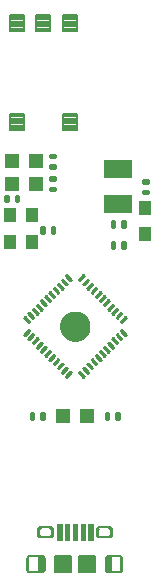
<source format=gbr>
G04 EAGLE Gerber RS-274X export*
G75*
%MOMM*%
%FSLAX34Y34*%
%LPD*%
%INSolderpaste Top*%
%IPPOS*%
%AMOC8*
5,1,8,0,0,1.08239X$1,22.5*%
G01*
%ADD10C,0.127000*%
%ADD11C,0.040638*%
%ADD12C,0.152400*%
%ADD13C,0.457200*%
%ADD14R,1.000000X1.200000*%
%ADD15R,1.200000X1.200000*%
%ADD16R,1.050000X1.300000*%
%ADD17C,1.270000*%
%ADD18C,0.220000*%
%ADD19R,2.400000X1.600000*%
%ADD20C,0.210000*%


D10*
X60706Y7620D02*
X60806Y7622D01*
X60905Y7628D01*
X61005Y7638D01*
X61103Y7651D01*
X61202Y7669D01*
X61299Y7690D01*
X61395Y7715D01*
X61491Y7744D01*
X61585Y7777D01*
X61678Y7813D01*
X61769Y7853D01*
X61859Y7897D01*
X61947Y7944D01*
X62033Y7994D01*
X62117Y8048D01*
X62199Y8105D01*
X62278Y8165D01*
X62356Y8229D01*
X62430Y8295D01*
X62502Y8364D01*
X62571Y8436D01*
X62637Y8510D01*
X62701Y8588D01*
X62761Y8667D01*
X62818Y8749D01*
X62872Y8833D01*
X62922Y8919D01*
X62969Y9007D01*
X63013Y9097D01*
X63053Y9188D01*
X63089Y9281D01*
X63122Y9375D01*
X63151Y9471D01*
X63176Y9567D01*
X63197Y9664D01*
X63215Y9763D01*
X63228Y9861D01*
X63238Y9961D01*
X63244Y10060D01*
X63246Y10160D01*
X60706Y7620D02*
X51054Y7620D01*
X50954Y7622D01*
X50855Y7628D01*
X50755Y7638D01*
X50657Y7651D01*
X50558Y7669D01*
X50461Y7690D01*
X50365Y7715D01*
X50269Y7744D01*
X50175Y7777D01*
X50082Y7813D01*
X49991Y7853D01*
X49901Y7897D01*
X49813Y7944D01*
X49727Y7994D01*
X49643Y8048D01*
X49561Y8105D01*
X49482Y8165D01*
X49404Y8229D01*
X49330Y8295D01*
X49258Y8364D01*
X49189Y8436D01*
X49123Y8510D01*
X49059Y8588D01*
X48999Y8667D01*
X48942Y8749D01*
X48888Y8833D01*
X48838Y8919D01*
X48791Y9007D01*
X48747Y9097D01*
X48707Y9188D01*
X48671Y9281D01*
X48638Y9375D01*
X48609Y9471D01*
X48584Y9567D01*
X48563Y9664D01*
X48545Y9763D01*
X48532Y9861D01*
X48522Y9961D01*
X48516Y10060D01*
X48514Y10160D01*
X48514Y18796D01*
X48516Y18896D01*
X48522Y18995D01*
X48532Y19095D01*
X48545Y19193D01*
X48563Y19292D01*
X48584Y19389D01*
X48609Y19485D01*
X48638Y19581D01*
X48671Y19675D01*
X48707Y19768D01*
X48747Y19859D01*
X48791Y19949D01*
X48838Y20037D01*
X48888Y20123D01*
X48942Y20207D01*
X48999Y20289D01*
X49059Y20368D01*
X49123Y20446D01*
X49189Y20520D01*
X49258Y20592D01*
X49330Y20661D01*
X49404Y20727D01*
X49482Y20791D01*
X49561Y20851D01*
X49643Y20908D01*
X49727Y20962D01*
X49813Y21012D01*
X49901Y21059D01*
X49991Y21103D01*
X50082Y21143D01*
X50175Y21179D01*
X50269Y21212D01*
X50365Y21241D01*
X50461Y21266D01*
X50558Y21287D01*
X50657Y21305D01*
X50755Y21318D01*
X50855Y21328D01*
X50954Y21334D01*
X51054Y21336D01*
X60706Y21336D01*
X60806Y21334D01*
X60905Y21328D01*
X61005Y21318D01*
X61103Y21305D01*
X61202Y21287D01*
X61299Y21266D01*
X61395Y21241D01*
X61491Y21212D01*
X61585Y21179D01*
X61678Y21143D01*
X61769Y21103D01*
X61859Y21059D01*
X61947Y21012D01*
X62033Y20962D01*
X62117Y20908D01*
X62199Y20851D01*
X62278Y20791D01*
X62356Y20727D01*
X62430Y20661D01*
X62502Y20592D01*
X62571Y20520D01*
X62637Y20446D01*
X62701Y20368D01*
X62761Y20289D01*
X62818Y20207D01*
X62872Y20123D01*
X62922Y20037D01*
X62969Y19949D01*
X63013Y19859D01*
X63053Y19768D01*
X63089Y19675D01*
X63122Y19581D01*
X63151Y19485D01*
X63176Y19389D01*
X63197Y19292D01*
X63215Y19193D01*
X63228Y19095D01*
X63238Y18995D01*
X63244Y18896D01*
X63246Y18796D01*
X63246Y10160D01*
X49530Y8636D02*
X49530Y20320D01*
X58166Y21082D02*
X58166Y8128D01*
X58166Y21082D02*
X59182Y21082D01*
X59436Y21082D01*
X59182Y21082D02*
X59182Y8128D01*
X60452Y8128D01*
X60452Y20828D01*
X61468Y20828D01*
X61468Y8128D01*
X61976Y8128D01*
X61976Y20828D01*
X114808Y18796D02*
X114810Y18896D01*
X114816Y18995D01*
X114826Y19095D01*
X114839Y19193D01*
X114857Y19292D01*
X114878Y19389D01*
X114903Y19485D01*
X114932Y19581D01*
X114965Y19675D01*
X115001Y19768D01*
X115041Y19859D01*
X115085Y19949D01*
X115132Y20037D01*
X115182Y20123D01*
X115236Y20207D01*
X115293Y20289D01*
X115353Y20368D01*
X115417Y20446D01*
X115483Y20520D01*
X115552Y20592D01*
X115624Y20661D01*
X115698Y20727D01*
X115776Y20791D01*
X115855Y20851D01*
X115937Y20908D01*
X116021Y20962D01*
X116107Y21012D01*
X116195Y21059D01*
X116285Y21103D01*
X116376Y21143D01*
X116469Y21179D01*
X116563Y21212D01*
X116659Y21241D01*
X116755Y21266D01*
X116852Y21287D01*
X116951Y21305D01*
X117049Y21318D01*
X117149Y21328D01*
X117248Y21334D01*
X117348Y21336D01*
X126492Y21336D01*
X126592Y21334D01*
X126691Y21328D01*
X126791Y21318D01*
X126889Y21305D01*
X126988Y21287D01*
X127085Y21266D01*
X127181Y21241D01*
X127277Y21212D01*
X127371Y21179D01*
X127464Y21143D01*
X127555Y21103D01*
X127645Y21059D01*
X127733Y21012D01*
X127819Y20962D01*
X127903Y20908D01*
X127985Y20851D01*
X128064Y20791D01*
X128142Y20727D01*
X128216Y20661D01*
X128288Y20592D01*
X128357Y20520D01*
X128423Y20446D01*
X128487Y20368D01*
X128547Y20289D01*
X128604Y20207D01*
X128658Y20123D01*
X128708Y20037D01*
X128755Y19949D01*
X128799Y19859D01*
X128839Y19768D01*
X128875Y19675D01*
X128908Y19581D01*
X128937Y19485D01*
X128962Y19389D01*
X128983Y19292D01*
X129001Y19193D01*
X129014Y19095D01*
X129024Y18995D01*
X129030Y18896D01*
X129032Y18796D01*
X129032Y10160D01*
X129030Y10060D01*
X129024Y9961D01*
X129014Y9861D01*
X129001Y9763D01*
X128983Y9664D01*
X128962Y9567D01*
X128937Y9471D01*
X128908Y9375D01*
X128875Y9281D01*
X128839Y9188D01*
X128799Y9097D01*
X128755Y9007D01*
X128708Y8919D01*
X128658Y8833D01*
X128604Y8749D01*
X128547Y8667D01*
X128487Y8588D01*
X128423Y8510D01*
X128357Y8436D01*
X128288Y8364D01*
X128216Y8295D01*
X128142Y8229D01*
X128064Y8165D01*
X127985Y8105D01*
X127903Y8048D01*
X127819Y7994D01*
X127733Y7944D01*
X127645Y7897D01*
X127555Y7853D01*
X127464Y7813D01*
X127371Y7777D01*
X127277Y7744D01*
X127181Y7715D01*
X127085Y7690D01*
X126988Y7669D01*
X126889Y7651D01*
X126791Y7638D01*
X126691Y7628D01*
X126592Y7622D01*
X126492Y7620D01*
X117348Y7620D01*
X117248Y7622D01*
X117149Y7628D01*
X117049Y7638D01*
X116951Y7651D01*
X116852Y7669D01*
X116755Y7690D01*
X116659Y7715D01*
X116563Y7744D01*
X116469Y7777D01*
X116376Y7813D01*
X116285Y7853D01*
X116195Y7897D01*
X116107Y7944D01*
X116021Y7994D01*
X115937Y8048D01*
X115855Y8105D01*
X115776Y8165D01*
X115698Y8229D01*
X115624Y8295D01*
X115552Y8364D01*
X115483Y8436D01*
X115417Y8510D01*
X115353Y8588D01*
X115293Y8667D01*
X115236Y8749D01*
X115182Y8833D01*
X115132Y8919D01*
X115085Y9007D01*
X115041Y9097D01*
X115001Y9188D01*
X114965Y9281D01*
X114932Y9375D01*
X114903Y9471D01*
X114878Y9567D01*
X114857Y9664D01*
X114839Y9763D01*
X114826Y9861D01*
X114816Y9961D01*
X114810Y10060D01*
X114808Y10160D01*
X114808Y18796D01*
X128016Y20320D02*
X128016Y8636D01*
X115824Y8636D02*
X115824Y20320D01*
X115824Y8636D02*
X117094Y8636D01*
X117094Y20320D01*
X118364Y20320D01*
X118364Y8382D01*
X119380Y8382D01*
X119411Y8384D01*
X119441Y8389D01*
X119470Y8399D01*
X119498Y8411D01*
X119524Y8427D01*
X119548Y8446D01*
X119570Y8468D01*
X119589Y8492D01*
X119605Y8518D01*
X119617Y8546D01*
X119627Y8575D01*
X119632Y8605D01*
X119634Y8636D01*
X119634Y20574D01*
X70612Y39624D02*
X70610Y39524D01*
X70604Y39425D01*
X70594Y39325D01*
X70581Y39227D01*
X70563Y39128D01*
X70542Y39031D01*
X70517Y38935D01*
X70488Y38839D01*
X70455Y38745D01*
X70419Y38652D01*
X70379Y38561D01*
X70335Y38471D01*
X70288Y38383D01*
X70238Y38297D01*
X70184Y38213D01*
X70127Y38131D01*
X70067Y38052D01*
X70003Y37974D01*
X69937Y37900D01*
X69868Y37828D01*
X69796Y37759D01*
X69722Y37693D01*
X69644Y37629D01*
X69565Y37569D01*
X69483Y37512D01*
X69399Y37458D01*
X69313Y37408D01*
X69225Y37361D01*
X69135Y37317D01*
X69044Y37277D01*
X68951Y37241D01*
X68857Y37208D01*
X68761Y37179D01*
X68665Y37154D01*
X68568Y37133D01*
X68469Y37115D01*
X68371Y37102D01*
X68271Y37092D01*
X68172Y37086D01*
X68072Y37084D01*
X59944Y37084D01*
X59844Y37086D01*
X59745Y37092D01*
X59645Y37102D01*
X59547Y37115D01*
X59448Y37133D01*
X59351Y37154D01*
X59255Y37179D01*
X59159Y37208D01*
X59065Y37241D01*
X58972Y37277D01*
X58881Y37317D01*
X58791Y37361D01*
X58703Y37408D01*
X58617Y37458D01*
X58533Y37512D01*
X58451Y37569D01*
X58372Y37629D01*
X58294Y37693D01*
X58220Y37759D01*
X58148Y37828D01*
X58079Y37900D01*
X58013Y37974D01*
X57949Y38052D01*
X57889Y38131D01*
X57832Y38213D01*
X57778Y38297D01*
X57728Y38383D01*
X57681Y38471D01*
X57637Y38561D01*
X57597Y38652D01*
X57561Y38745D01*
X57528Y38839D01*
X57499Y38935D01*
X57474Y39031D01*
X57453Y39128D01*
X57435Y39227D01*
X57422Y39325D01*
X57412Y39425D01*
X57406Y39524D01*
X57404Y39624D01*
X57404Y43180D01*
X57406Y43280D01*
X57412Y43379D01*
X57422Y43479D01*
X57435Y43577D01*
X57453Y43676D01*
X57474Y43773D01*
X57499Y43869D01*
X57528Y43965D01*
X57561Y44059D01*
X57597Y44152D01*
X57637Y44243D01*
X57681Y44333D01*
X57728Y44421D01*
X57778Y44507D01*
X57832Y44591D01*
X57889Y44673D01*
X57949Y44752D01*
X58013Y44830D01*
X58079Y44904D01*
X58148Y44976D01*
X58220Y45045D01*
X58294Y45111D01*
X58372Y45175D01*
X58451Y45235D01*
X58533Y45292D01*
X58617Y45346D01*
X58703Y45396D01*
X58791Y45443D01*
X58881Y45487D01*
X58972Y45527D01*
X59065Y45563D01*
X59159Y45596D01*
X59255Y45625D01*
X59351Y45650D01*
X59448Y45671D01*
X59547Y45689D01*
X59645Y45702D01*
X59745Y45712D01*
X59844Y45718D01*
X59944Y45720D01*
X68072Y45720D01*
X68172Y45718D01*
X68271Y45712D01*
X68371Y45702D01*
X68469Y45689D01*
X68568Y45671D01*
X68665Y45650D01*
X68761Y45625D01*
X68857Y45596D01*
X68951Y45563D01*
X69044Y45527D01*
X69135Y45487D01*
X69225Y45443D01*
X69313Y45396D01*
X69399Y45346D01*
X69483Y45292D01*
X69565Y45235D01*
X69644Y45175D01*
X69722Y45111D01*
X69796Y45045D01*
X69868Y44976D01*
X69937Y44904D01*
X70003Y44830D01*
X70067Y44752D01*
X70127Y44673D01*
X70184Y44591D01*
X70238Y44507D01*
X70288Y44421D01*
X70335Y44333D01*
X70379Y44243D01*
X70419Y44152D01*
X70455Y44059D01*
X70488Y43965D01*
X70517Y43869D01*
X70542Y43773D01*
X70563Y43676D01*
X70581Y43577D01*
X70594Y43479D01*
X70604Y43379D01*
X70610Y43280D01*
X70612Y43180D01*
X70612Y39624D01*
X69342Y39370D02*
X69340Y39301D01*
X69335Y39233D01*
X69325Y39165D01*
X69312Y39097D01*
X69296Y39030D01*
X69276Y38964D01*
X69252Y38900D01*
X69225Y38837D01*
X69194Y38775D01*
X69160Y38715D01*
X69123Y38657D01*
X69083Y38601D01*
X69040Y38548D01*
X68994Y38497D01*
X68945Y38448D01*
X68894Y38402D01*
X68841Y38359D01*
X68785Y38319D01*
X68727Y38282D01*
X68667Y38248D01*
X68605Y38217D01*
X68542Y38190D01*
X68478Y38166D01*
X68412Y38146D01*
X68345Y38130D01*
X68277Y38117D01*
X68209Y38107D01*
X68141Y38102D01*
X68072Y38100D01*
X69342Y39370D02*
X69342Y43434D01*
X69340Y43503D01*
X69335Y43571D01*
X69325Y43639D01*
X69312Y43707D01*
X69296Y43774D01*
X69276Y43840D01*
X69252Y43904D01*
X69225Y43967D01*
X69194Y44029D01*
X69160Y44089D01*
X69123Y44147D01*
X69083Y44203D01*
X69040Y44256D01*
X68994Y44307D01*
X68945Y44356D01*
X68894Y44402D01*
X68841Y44445D01*
X68785Y44485D01*
X68727Y44522D01*
X68667Y44556D01*
X68605Y44587D01*
X68542Y44614D01*
X68478Y44638D01*
X68412Y44658D01*
X68345Y44674D01*
X68277Y44687D01*
X68209Y44697D01*
X68141Y44702D01*
X68072Y44704D01*
X59944Y44704D02*
X59867Y44702D01*
X59790Y44696D01*
X59713Y44686D01*
X59637Y44673D01*
X59562Y44655D01*
X59488Y44634D01*
X59415Y44609D01*
X59343Y44580D01*
X59273Y44548D01*
X59204Y44513D01*
X59138Y44473D01*
X59073Y44431D01*
X59011Y44385D01*
X58951Y44336D01*
X58894Y44285D01*
X58839Y44230D01*
X58788Y44173D01*
X58739Y44113D01*
X58693Y44051D01*
X58651Y43986D01*
X58611Y43920D01*
X58576Y43851D01*
X58544Y43781D01*
X58515Y43709D01*
X58490Y43636D01*
X58469Y43562D01*
X58451Y43487D01*
X58438Y43411D01*
X58428Y43334D01*
X58422Y43257D01*
X58420Y43180D01*
X58674Y39370D01*
X58676Y39301D01*
X58681Y39233D01*
X58691Y39165D01*
X58704Y39097D01*
X58720Y39030D01*
X58740Y38964D01*
X58764Y38900D01*
X58791Y38837D01*
X58822Y38775D01*
X58856Y38715D01*
X58893Y38657D01*
X58933Y38601D01*
X58976Y38548D01*
X59022Y38497D01*
X59071Y38448D01*
X59122Y38402D01*
X59175Y38359D01*
X59231Y38319D01*
X59289Y38282D01*
X59349Y38248D01*
X59411Y38217D01*
X59474Y38190D01*
X59538Y38166D01*
X59604Y38146D01*
X59671Y38130D01*
X59739Y38117D01*
X59807Y38107D01*
X59875Y38102D01*
X59944Y38100D01*
X117856Y37084D02*
X117956Y37086D01*
X118055Y37092D01*
X118155Y37102D01*
X118253Y37115D01*
X118352Y37133D01*
X118449Y37154D01*
X118545Y37179D01*
X118641Y37208D01*
X118735Y37241D01*
X118828Y37277D01*
X118919Y37317D01*
X119009Y37361D01*
X119097Y37408D01*
X119183Y37458D01*
X119267Y37512D01*
X119349Y37569D01*
X119428Y37629D01*
X119506Y37693D01*
X119580Y37759D01*
X119652Y37828D01*
X119721Y37900D01*
X119787Y37974D01*
X119851Y38052D01*
X119911Y38131D01*
X119968Y38213D01*
X120022Y38297D01*
X120072Y38383D01*
X120119Y38471D01*
X120163Y38561D01*
X120203Y38652D01*
X120239Y38745D01*
X120272Y38839D01*
X120301Y38935D01*
X120326Y39031D01*
X120347Y39128D01*
X120365Y39227D01*
X120378Y39325D01*
X120388Y39425D01*
X120394Y39524D01*
X120396Y39624D01*
X117856Y37084D02*
X109728Y37084D01*
X109628Y37086D01*
X109529Y37092D01*
X109429Y37102D01*
X109331Y37115D01*
X109232Y37133D01*
X109135Y37154D01*
X109039Y37179D01*
X108943Y37208D01*
X108849Y37241D01*
X108756Y37277D01*
X108665Y37317D01*
X108575Y37361D01*
X108487Y37408D01*
X108401Y37458D01*
X108317Y37512D01*
X108235Y37569D01*
X108156Y37629D01*
X108078Y37693D01*
X108004Y37759D01*
X107932Y37828D01*
X107863Y37900D01*
X107797Y37974D01*
X107733Y38052D01*
X107673Y38131D01*
X107616Y38213D01*
X107562Y38297D01*
X107512Y38383D01*
X107465Y38471D01*
X107421Y38561D01*
X107381Y38652D01*
X107345Y38745D01*
X107312Y38839D01*
X107283Y38935D01*
X107258Y39031D01*
X107237Y39128D01*
X107219Y39227D01*
X107206Y39325D01*
X107196Y39425D01*
X107190Y39524D01*
X107188Y39624D01*
X107188Y43180D01*
X107190Y43280D01*
X107196Y43379D01*
X107206Y43479D01*
X107219Y43577D01*
X107237Y43676D01*
X107258Y43773D01*
X107283Y43869D01*
X107312Y43965D01*
X107345Y44059D01*
X107381Y44152D01*
X107421Y44243D01*
X107465Y44333D01*
X107512Y44421D01*
X107562Y44507D01*
X107616Y44591D01*
X107673Y44673D01*
X107733Y44752D01*
X107797Y44830D01*
X107863Y44904D01*
X107932Y44976D01*
X108004Y45045D01*
X108078Y45111D01*
X108156Y45175D01*
X108235Y45235D01*
X108317Y45292D01*
X108401Y45346D01*
X108487Y45396D01*
X108575Y45443D01*
X108665Y45487D01*
X108756Y45527D01*
X108849Y45563D01*
X108943Y45596D01*
X109039Y45625D01*
X109135Y45650D01*
X109232Y45671D01*
X109331Y45689D01*
X109429Y45702D01*
X109529Y45712D01*
X109628Y45718D01*
X109728Y45720D01*
X117856Y45720D01*
X117956Y45718D01*
X118055Y45712D01*
X118155Y45702D01*
X118253Y45689D01*
X118352Y45671D01*
X118449Y45650D01*
X118545Y45625D01*
X118641Y45596D01*
X118735Y45563D01*
X118828Y45527D01*
X118919Y45487D01*
X119009Y45443D01*
X119097Y45396D01*
X119183Y45346D01*
X119267Y45292D01*
X119349Y45235D01*
X119428Y45175D01*
X119506Y45111D01*
X119580Y45045D01*
X119652Y44976D01*
X119721Y44904D01*
X119787Y44830D01*
X119851Y44752D01*
X119911Y44673D01*
X119968Y44591D01*
X120022Y44507D01*
X120072Y44421D01*
X120119Y44333D01*
X120163Y44243D01*
X120203Y44152D01*
X120239Y44059D01*
X120272Y43965D01*
X120301Y43869D01*
X120326Y43773D01*
X120347Y43676D01*
X120365Y43577D01*
X120378Y43479D01*
X120388Y43379D01*
X120394Y43280D01*
X120396Y43180D01*
X120396Y39624D01*
X109474Y44450D02*
X109405Y44448D01*
X109337Y44443D01*
X109269Y44433D01*
X109201Y44420D01*
X109134Y44404D01*
X109068Y44384D01*
X109004Y44360D01*
X108941Y44333D01*
X108879Y44302D01*
X108819Y44268D01*
X108761Y44231D01*
X108705Y44191D01*
X108652Y44148D01*
X108601Y44102D01*
X108552Y44053D01*
X108506Y44002D01*
X108463Y43949D01*
X108423Y43893D01*
X108386Y43835D01*
X108352Y43775D01*
X108321Y43713D01*
X108294Y43650D01*
X108270Y43586D01*
X108250Y43520D01*
X108234Y43453D01*
X108221Y43385D01*
X108211Y43317D01*
X108206Y43249D01*
X108204Y43180D01*
X108204Y39624D01*
X108206Y39555D01*
X108211Y39487D01*
X108221Y39419D01*
X108234Y39351D01*
X108250Y39284D01*
X108270Y39218D01*
X108294Y39154D01*
X108321Y39091D01*
X108352Y39029D01*
X108386Y38969D01*
X108423Y38911D01*
X108463Y38855D01*
X108506Y38802D01*
X108552Y38751D01*
X108601Y38702D01*
X108652Y38656D01*
X108705Y38613D01*
X108761Y38573D01*
X108819Y38536D01*
X108879Y38502D01*
X108941Y38471D01*
X109004Y38444D01*
X109068Y38420D01*
X109134Y38400D01*
X109201Y38384D01*
X109269Y38371D01*
X109337Y38361D01*
X109405Y38356D01*
X109474Y38354D01*
X117856Y44704D02*
X117925Y44702D01*
X117993Y44697D01*
X118061Y44687D01*
X118129Y44674D01*
X118196Y44658D01*
X118262Y44638D01*
X118326Y44614D01*
X118389Y44587D01*
X118451Y44556D01*
X118511Y44522D01*
X118569Y44485D01*
X118625Y44445D01*
X118678Y44402D01*
X118729Y44356D01*
X118778Y44307D01*
X118824Y44256D01*
X118867Y44203D01*
X118907Y44147D01*
X118944Y44089D01*
X118978Y44029D01*
X119009Y43967D01*
X119036Y43904D01*
X119060Y43840D01*
X119080Y43774D01*
X119096Y43707D01*
X119109Y43639D01*
X119119Y43571D01*
X119124Y43503D01*
X119126Y43434D01*
X119126Y39370D01*
X119124Y39301D01*
X119119Y39233D01*
X119109Y39165D01*
X119096Y39097D01*
X119080Y39030D01*
X119060Y38964D01*
X119036Y38900D01*
X119009Y38837D01*
X118978Y38775D01*
X118944Y38715D01*
X118907Y38657D01*
X118867Y38601D01*
X118824Y38548D01*
X118778Y38497D01*
X118729Y38448D01*
X118678Y38402D01*
X118625Y38359D01*
X118569Y38319D01*
X118511Y38282D01*
X118451Y38248D01*
X118389Y38217D01*
X118326Y38190D01*
X118262Y38166D01*
X118196Y38146D01*
X118129Y38130D01*
X118061Y38117D01*
X117993Y38107D01*
X117925Y38102D01*
X117856Y38100D01*
D11*
X77521Y34874D02*
X73863Y34874D01*
X73863Y47930D01*
X77521Y47930D01*
X77521Y34874D01*
X77521Y35260D02*
X73863Y35260D01*
X73863Y35646D02*
X77521Y35646D01*
X77521Y36032D02*
X73863Y36032D01*
X73863Y36418D02*
X77521Y36418D01*
X77521Y36804D02*
X73863Y36804D01*
X73863Y37190D02*
X77521Y37190D01*
X77521Y37576D02*
X73863Y37576D01*
X73863Y37962D02*
X77521Y37962D01*
X77521Y38348D02*
X73863Y38348D01*
X73863Y38734D02*
X77521Y38734D01*
X77521Y39120D02*
X73863Y39120D01*
X73863Y39506D02*
X77521Y39506D01*
X77521Y39892D02*
X73863Y39892D01*
X73863Y40278D02*
X77521Y40278D01*
X77521Y40664D02*
X73863Y40664D01*
X73863Y41050D02*
X77521Y41050D01*
X77521Y41436D02*
X73863Y41436D01*
X73863Y41822D02*
X77521Y41822D01*
X77521Y42208D02*
X73863Y42208D01*
X73863Y42594D02*
X77521Y42594D01*
X77521Y42980D02*
X73863Y42980D01*
X73863Y43366D02*
X77521Y43366D01*
X77521Y43752D02*
X73863Y43752D01*
X73863Y44138D02*
X77521Y44138D01*
X77521Y44524D02*
X73863Y44524D01*
X73863Y44910D02*
X77521Y44910D01*
X77521Y45296D02*
X73863Y45296D01*
X73863Y45682D02*
X77521Y45682D01*
X77521Y46068D02*
X73863Y46068D01*
X73863Y46454D02*
X77521Y46454D01*
X77521Y46840D02*
X73863Y46840D01*
X73863Y47226D02*
X77521Y47226D01*
X77521Y47612D02*
X73863Y47612D01*
X80467Y34874D02*
X84125Y34874D01*
X80467Y34874D02*
X80467Y47930D01*
X84125Y47930D01*
X84125Y34874D01*
X84125Y35260D02*
X80467Y35260D01*
X80467Y35646D02*
X84125Y35646D01*
X84125Y36032D02*
X80467Y36032D01*
X80467Y36418D02*
X84125Y36418D01*
X84125Y36804D02*
X80467Y36804D01*
X80467Y37190D02*
X84125Y37190D01*
X84125Y37576D02*
X80467Y37576D01*
X80467Y37962D02*
X84125Y37962D01*
X84125Y38348D02*
X80467Y38348D01*
X80467Y38734D02*
X84125Y38734D01*
X84125Y39120D02*
X80467Y39120D01*
X80467Y39506D02*
X84125Y39506D01*
X84125Y39892D02*
X80467Y39892D01*
X80467Y40278D02*
X84125Y40278D01*
X84125Y40664D02*
X80467Y40664D01*
X80467Y41050D02*
X84125Y41050D01*
X84125Y41436D02*
X80467Y41436D01*
X80467Y41822D02*
X84125Y41822D01*
X84125Y42208D02*
X80467Y42208D01*
X80467Y42594D02*
X84125Y42594D01*
X84125Y42980D02*
X80467Y42980D01*
X80467Y43366D02*
X84125Y43366D01*
X84125Y43752D02*
X80467Y43752D01*
X80467Y44138D02*
X84125Y44138D01*
X84125Y44524D02*
X80467Y44524D01*
X80467Y44910D02*
X84125Y44910D01*
X84125Y45296D02*
X80467Y45296D01*
X80467Y45682D02*
X84125Y45682D01*
X84125Y46068D02*
X80467Y46068D01*
X80467Y46454D02*
X84125Y46454D01*
X84125Y46840D02*
X80467Y46840D01*
X80467Y47226D02*
X84125Y47226D01*
X84125Y47612D02*
X80467Y47612D01*
X87071Y34874D02*
X90729Y34874D01*
X87071Y34874D02*
X87071Y47930D01*
X90729Y47930D01*
X90729Y34874D01*
X90729Y35260D02*
X87071Y35260D01*
X87071Y35646D02*
X90729Y35646D01*
X90729Y36032D02*
X87071Y36032D01*
X87071Y36418D02*
X90729Y36418D01*
X90729Y36804D02*
X87071Y36804D01*
X87071Y37190D02*
X90729Y37190D01*
X90729Y37576D02*
X87071Y37576D01*
X87071Y37962D02*
X90729Y37962D01*
X90729Y38348D02*
X87071Y38348D01*
X87071Y38734D02*
X90729Y38734D01*
X90729Y39120D02*
X87071Y39120D01*
X87071Y39506D02*
X90729Y39506D01*
X90729Y39892D02*
X87071Y39892D01*
X87071Y40278D02*
X90729Y40278D01*
X90729Y40664D02*
X87071Y40664D01*
X87071Y41050D02*
X90729Y41050D01*
X90729Y41436D02*
X87071Y41436D01*
X87071Y41822D02*
X90729Y41822D01*
X90729Y42208D02*
X87071Y42208D01*
X87071Y42594D02*
X90729Y42594D01*
X90729Y42980D02*
X87071Y42980D01*
X87071Y43366D02*
X90729Y43366D01*
X90729Y43752D02*
X87071Y43752D01*
X87071Y44138D02*
X90729Y44138D01*
X90729Y44524D02*
X87071Y44524D01*
X87071Y44910D02*
X90729Y44910D01*
X90729Y45296D02*
X87071Y45296D01*
X87071Y45682D02*
X90729Y45682D01*
X90729Y46068D02*
X87071Y46068D01*
X87071Y46454D02*
X90729Y46454D01*
X90729Y46840D02*
X87071Y46840D01*
X87071Y47226D02*
X90729Y47226D01*
X90729Y47612D02*
X87071Y47612D01*
X93675Y34874D02*
X97333Y34874D01*
X93675Y34874D02*
X93675Y47930D01*
X97333Y47930D01*
X97333Y34874D01*
X97333Y35260D02*
X93675Y35260D01*
X93675Y35646D02*
X97333Y35646D01*
X97333Y36032D02*
X93675Y36032D01*
X93675Y36418D02*
X97333Y36418D01*
X97333Y36804D02*
X93675Y36804D01*
X93675Y37190D02*
X97333Y37190D01*
X97333Y37576D02*
X93675Y37576D01*
X93675Y37962D02*
X97333Y37962D01*
X97333Y38348D02*
X93675Y38348D01*
X93675Y38734D02*
X97333Y38734D01*
X97333Y39120D02*
X93675Y39120D01*
X93675Y39506D02*
X97333Y39506D01*
X97333Y39892D02*
X93675Y39892D01*
X93675Y40278D02*
X97333Y40278D01*
X97333Y40664D02*
X93675Y40664D01*
X93675Y41050D02*
X97333Y41050D01*
X97333Y41436D02*
X93675Y41436D01*
X93675Y41822D02*
X97333Y41822D01*
X97333Y42208D02*
X93675Y42208D01*
X93675Y42594D02*
X97333Y42594D01*
X97333Y42980D02*
X93675Y42980D01*
X93675Y43366D02*
X97333Y43366D01*
X97333Y43752D02*
X93675Y43752D01*
X93675Y44138D02*
X97333Y44138D01*
X97333Y44524D02*
X93675Y44524D01*
X93675Y44910D02*
X97333Y44910D01*
X97333Y45296D02*
X93675Y45296D01*
X93675Y45682D02*
X97333Y45682D01*
X97333Y46068D02*
X93675Y46068D01*
X93675Y46454D02*
X97333Y46454D01*
X97333Y46840D02*
X93675Y46840D01*
X93675Y47226D02*
X97333Y47226D01*
X97333Y47612D02*
X93675Y47612D01*
X100279Y34874D02*
X103937Y34874D01*
X100279Y34874D02*
X100279Y47930D01*
X103937Y47930D01*
X103937Y34874D01*
X103937Y35260D02*
X100279Y35260D01*
X100279Y35646D02*
X103937Y35646D01*
X103937Y36032D02*
X100279Y36032D01*
X100279Y36418D02*
X103937Y36418D01*
X103937Y36804D02*
X100279Y36804D01*
X100279Y37190D02*
X103937Y37190D01*
X103937Y37576D02*
X100279Y37576D01*
X100279Y37962D02*
X103937Y37962D01*
X103937Y38348D02*
X100279Y38348D01*
X100279Y38734D02*
X103937Y38734D01*
X103937Y39120D02*
X100279Y39120D01*
X100279Y39506D02*
X103937Y39506D01*
X103937Y39892D02*
X100279Y39892D01*
X100279Y40278D02*
X103937Y40278D01*
X103937Y40664D02*
X100279Y40664D01*
X100279Y41050D02*
X103937Y41050D01*
X103937Y41436D02*
X100279Y41436D01*
X100279Y41822D02*
X103937Y41822D01*
X103937Y42208D02*
X100279Y42208D01*
X100279Y42594D02*
X103937Y42594D01*
X103937Y42980D02*
X100279Y42980D01*
X100279Y43366D02*
X103937Y43366D01*
X103937Y43752D02*
X100279Y43752D01*
X100279Y44138D02*
X103937Y44138D01*
X103937Y44524D02*
X100279Y44524D01*
X100279Y44910D02*
X103937Y44910D01*
X103937Y45296D02*
X100279Y45296D01*
X100279Y45682D02*
X103937Y45682D01*
X103937Y46068D02*
X100279Y46068D01*
X100279Y46454D02*
X103937Y46454D01*
X103937Y46840D02*
X100279Y46840D01*
X100279Y47226D02*
X103937Y47226D01*
X103937Y47612D02*
X100279Y47612D01*
D12*
X85598Y7620D02*
X71882Y7620D01*
X71882Y21336D01*
X85598Y21336D01*
X85598Y7620D01*
X85598Y9068D02*
X71882Y9068D01*
X71882Y10516D02*
X85598Y10516D01*
X85598Y11964D02*
X71882Y11964D01*
X71882Y13412D02*
X85598Y13412D01*
X85598Y14860D02*
X71882Y14860D01*
X71882Y16308D02*
X85598Y16308D01*
X85598Y17756D02*
X71882Y17756D01*
X71882Y19204D02*
X85598Y19204D01*
X85598Y20652D02*
X71882Y20652D01*
X92202Y7620D02*
X105918Y7620D01*
X92202Y7620D02*
X92202Y21336D01*
X105918Y21336D01*
X105918Y7620D01*
X105918Y9068D02*
X92202Y9068D01*
X92202Y10516D02*
X105918Y10516D01*
X105918Y11964D02*
X92202Y11964D01*
X92202Y13412D02*
X105918Y13412D01*
X105918Y14860D02*
X92202Y14860D01*
X92202Y16308D02*
X105918Y16308D01*
X105918Y17756D02*
X92202Y17756D01*
X92202Y19204D02*
X105918Y19204D01*
X105918Y20652D02*
X92202Y20652D01*
D13*
X121031Y282956D02*
X121539Y282956D01*
X121031Y282956D02*
X121031Y286004D01*
X121539Y286004D01*
X121539Y282956D01*
X129921Y282956D02*
X130429Y282956D01*
X129921Y282956D02*
X129921Y286004D01*
X130429Y286004D01*
X130429Y282956D01*
X150114Y329311D02*
X150114Y329819D01*
X150114Y329311D02*
X147066Y329311D01*
X147066Y329819D01*
X150114Y329819D01*
X150114Y338201D02*
X150114Y338709D01*
X150114Y338201D02*
X147066Y338201D01*
X147066Y338709D01*
X150114Y338709D01*
D14*
X148590Y315800D03*
X148590Y293800D03*
D13*
X130429Y303784D02*
X129921Y303784D01*
X130429Y303784D02*
X130429Y300736D01*
X129921Y300736D01*
X129921Y303784D01*
X121539Y303784D02*
X121031Y303784D01*
X121539Y303784D02*
X121539Y300736D01*
X121031Y300736D01*
X121031Y303784D01*
D15*
X99400Y139700D03*
X78400Y139700D03*
D13*
X70739Y298704D02*
X70231Y298704D01*
X70739Y298704D02*
X70739Y295656D01*
X70231Y295656D01*
X70231Y298704D01*
X61849Y298704D02*
X61341Y298704D01*
X61849Y298704D02*
X61849Y295656D01*
X61341Y295656D01*
X61341Y298704D01*
X40259Y325374D02*
X39751Y325374D01*
X40259Y325374D02*
X40259Y322326D01*
X39751Y322326D01*
X39751Y325374D01*
X31369Y325374D02*
X30861Y325374D01*
X31369Y325374D02*
X31369Y322326D01*
X30861Y322326D01*
X30861Y325374D01*
D15*
X35220Y355600D03*
X56220Y355600D03*
X35220Y336550D03*
X56220Y336550D03*
D13*
X115951Y138176D02*
X116459Y138176D01*
X115951Y138176D02*
X115951Y141224D01*
X116459Y141224D01*
X116459Y138176D01*
X124841Y138176D02*
X125349Y138176D01*
X124841Y138176D02*
X124841Y141224D01*
X125349Y141224D01*
X125349Y138176D01*
X71374Y331851D02*
X71374Y332359D01*
X71374Y331851D02*
X68326Y331851D01*
X68326Y332359D01*
X71374Y332359D01*
X71374Y340741D02*
X71374Y341249D01*
X71374Y340741D02*
X68326Y340741D01*
X68326Y341249D01*
X71374Y341249D01*
X68326Y359791D02*
X68326Y360299D01*
X71374Y360299D01*
X71374Y359791D01*
X68326Y359791D01*
X68326Y351409D02*
X68326Y350901D01*
X68326Y351409D02*
X71374Y351409D01*
X71374Y350901D01*
X68326Y350901D01*
X52959Y138176D02*
X52451Y138176D01*
X52451Y141224D01*
X52959Y141224D01*
X52959Y138176D01*
X61341Y138176D02*
X61849Y138176D01*
X61341Y138176D02*
X61341Y141224D01*
X61849Y141224D01*
X61849Y138176D01*
D16*
X52430Y286950D03*
X52430Y309950D03*
X33930Y309950D03*
X33930Y286950D03*
D17*
X82550Y215900D02*
X82552Y216059D01*
X82558Y216218D01*
X82568Y216376D01*
X82582Y216535D01*
X82600Y216693D01*
X82621Y216850D01*
X82647Y217007D01*
X82677Y217163D01*
X82710Y217319D01*
X82748Y217473D01*
X82789Y217627D01*
X82834Y217779D01*
X82883Y217930D01*
X82936Y218080D01*
X82992Y218229D01*
X83053Y218376D01*
X83116Y218521D01*
X83184Y218665D01*
X83255Y218808D01*
X83329Y218948D01*
X83407Y219086D01*
X83489Y219223D01*
X83574Y219357D01*
X83662Y219490D01*
X83753Y219620D01*
X83848Y219747D01*
X83946Y219872D01*
X84047Y219995D01*
X84151Y220115D01*
X84258Y220233D01*
X84368Y220348D01*
X84481Y220460D01*
X84596Y220569D01*
X84714Y220675D01*
X84835Y220779D01*
X84959Y220879D01*
X85084Y220976D01*
X85213Y221070D01*
X85343Y221160D01*
X85476Y221248D01*
X85611Y221332D01*
X85748Y221412D01*
X85887Y221490D01*
X86028Y221563D01*
X86170Y221633D01*
X86315Y221700D01*
X86461Y221763D01*
X86608Y221822D01*
X86757Y221878D01*
X86908Y221929D01*
X87059Y221977D01*
X87212Y222021D01*
X87366Y222062D01*
X87520Y222098D01*
X87676Y222131D01*
X87832Y222160D01*
X87989Y222184D01*
X88147Y222205D01*
X88305Y222222D01*
X88463Y222235D01*
X88622Y222244D01*
X88781Y222249D01*
X88940Y222250D01*
X89099Y222247D01*
X89257Y222240D01*
X89416Y222229D01*
X89574Y222214D01*
X89732Y222195D01*
X89889Y222172D01*
X90046Y222146D01*
X90202Y222115D01*
X90357Y222081D01*
X90511Y222042D01*
X90665Y222000D01*
X90817Y221954D01*
X90968Y221904D01*
X91117Y221850D01*
X91266Y221793D01*
X91412Y221732D01*
X91558Y221667D01*
X91701Y221599D01*
X91843Y221527D01*
X91983Y221451D01*
X92121Y221373D01*
X92257Y221290D01*
X92391Y221205D01*
X92522Y221116D01*
X92652Y221023D01*
X92779Y220928D01*
X92903Y220829D01*
X93026Y220727D01*
X93145Y220623D01*
X93262Y220515D01*
X93376Y220404D01*
X93487Y220291D01*
X93596Y220175D01*
X93701Y220056D01*
X93804Y219934D01*
X93903Y219810D01*
X94000Y219684D01*
X94093Y219555D01*
X94183Y219424D01*
X94269Y219290D01*
X94352Y219155D01*
X94432Y219017D01*
X94508Y218878D01*
X94581Y218737D01*
X94650Y218594D01*
X94716Y218449D01*
X94778Y218302D01*
X94836Y218155D01*
X94891Y218005D01*
X94942Y217855D01*
X94989Y217703D01*
X95032Y217550D01*
X95071Y217396D01*
X95107Y217241D01*
X95138Y217085D01*
X95166Y216929D01*
X95190Y216772D01*
X95210Y216614D01*
X95226Y216456D01*
X95238Y216297D01*
X95246Y216138D01*
X95250Y215979D01*
X95250Y215821D01*
X95246Y215662D01*
X95238Y215503D01*
X95226Y215344D01*
X95210Y215186D01*
X95190Y215028D01*
X95166Y214871D01*
X95138Y214715D01*
X95107Y214559D01*
X95071Y214404D01*
X95032Y214250D01*
X94989Y214097D01*
X94942Y213945D01*
X94891Y213795D01*
X94836Y213645D01*
X94778Y213498D01*
X94716Y213351D01*
X94650Y213206D01*
X94581Y213063D01*
X94508Y212922D01*
X94432Y212783D01*
X94352Y212645D01*
X94269Y212510D01*
X94183Y212376D01*
X94093Y212245D01*
X94000Y212116D01*
X93903Y211990D01*
X93804Y211866D01*
X93701Y211744D01*
X93596Y211625D01*
X93487Y211509D01*
X93376Y211396D01*
X93262Y211285D01*
X93145Y211177D01*
X93026Y211073D01*
X92903Y210971D01*
X92779Y210872D01*
X92652Y210777D01*
X92522Y210684D01*
X92391Y210595D01*
X92257Y210510D01*
X92121Y210427D01*
X91983Y210349D01*
X91843Y210273D01*
X91701Y210201D01*
X91558Y210133D01*
X91412Y210068D01*
X91266Y210007D01*
X91117Y209950D01*
X90968Y209896D01*
X90817Y209846D01*
X90665Y209800D01*
X90511Y209758D01*
X90357Y209719D01*
X90202Y209685D01*
X90046Y209654D01*
X89889Y209628D01*
X89732Y209605D01*
X89574Y209586D01*
X89416Y209571D01*
X89257Y209560D01*
X89099Y209553D01*
X88940Y209550D01*
X88781Y209551D01*
X88622Y209556D01*
X88463Y209565D01*
X88305Y209578D01*
X88147Y209595D01*
X87989Y209616D01*
X87832Y209640D01*
X87676Y209669D01*
X87520Y209702D01*
X87366Y209738D01*
X87212Y209779D01*
X87059Y209823D01*
X86908Y209871D01*
X86757Y209922D01*
X86608Y209978D01*
X86461Y210037D01*
X86315Y210100D01*
X86170Y210167D01*
X86028Y210237D01*
X85887Y210310D01*
X85748Y210388D01*
X85611Y210468D01*
X85476Y210552D01*
X85343Y210640D01*
X85213Y210730D01*
X85084Y210824D01*
X84959Y210921D01*
X84835Y211021D01*
X84714Y211125D01*
X84596Y211231D01*
X84481Y211340D01*
X84368Y211452D01*
X84258Y211567D01*
X84151Y211685D01*
X84047Y211805D01*
X83946Y211928D01*
X83848Y212053D01*
X83753Y212180D01*
X83662Y212310D01*
X83574Y212443D01*
X83489Y212577D01*
X83407Y212714D01*
X83329Y212852D01*
X83255Y212992D01*
X83184Y213135D01*
X83116Y213279D01*
X83053Y213424D01*
X82992Y213571D01*
X82936Y213720D01*
X82883Y213870D01*
X82834Y214021D01*
X82789Y214173D01*
X82748Y214327D01*
X82710Y214481D01*
X82677Y214637D01*
X82647Y214793D01*
X82621Y214950D01*
X82600Y215107D01*
X82582Y215265D01*
X82568Y215424D01*
X82558Y215582D01*
X82552Y215741D01*
X82550Y215900D01*
D18*
X127667Y219701D02*
X131414Y223448D01*
X131803Y223059D01*
X128056Y219312D01*
X127667Y219701D01*
X129368Y221402D02*
X130146Y221402D01*
X127879Y226984D02*
X124132Y223237D01*
X127879Y226984D02*
X128268Y226595D01*
X124521Y222848D01*
X124132Y223237D01*
X125833Y224938D02*
X126611Y224938D01*
X124343Y230519D02*
X120596Y226772D01*
X124343Y230519D02*
X124732Y230130D01*
X120985Y226383D01*
X120596Y226772D01*
X122297Y228473D02*
X123075Y228473D01*
X120808Y234055D02*
X117061Y230308D01*
X120808Y234055D02*
X121197Y233666D01*
X117450Y229919D01*
X117061Y230308D01*
X118762Y232009D02*
X119540Y232009D01*
X117272Y237590D02*
X113525Y233843D01*
X117272Y237590D02*
X117661Y237201D01*
X113914Y233454D01*
X113525Y233843D01*
X115226Y235544D02*
X116004Y235544D01*
X113737Y241126D02*
X109990Y237379D01*
X113737Y241126D02*
X114126Y240737D01*
X110379Y236990D01*
X109990Y237379D01*
X111691Y239080D02*
X112469Y239080D01*
X110201Y244661D02*
X106454Y240914D01*
X110201Y244661D02*
X110590Y244272D01*
X106843Y240525D01*
X106454Y240914D01*
X108155Y242615D02*
X108933Y242615D01*
X106666Y248197D02*
X102919Y244450D01*
X106666Y248197D02*
X107055Y247808D01*
X103308Y244061D01*
X102919Y244450D01*
X104620Y246151D02*
X105398Y246151D01*
X103130Y251732D02*
X99383Y247985D01*
X103130Y251732D02*
X103519Y251343D01*
X99772Y247596D01*
X99383Y247985D01*
X101084Y249686D02*
X101862Y249686D01*
X99595Y255268D02*
X95848Y251521D01*
X99595Y255268D02*
X99984Y254879D01*
X96237Y251132D01*
X95848Y251521D01*
X97549Y253222D02*
X98327Y253222D01*
X96059Y258803D02*
X92312Y255056D01*
X96059Y258803D02*
X96448Y258414D01*
X92701Y254667D01*
X92312Y255056D01*
X94013Y256757D02*
X94791Y256757D01*
X85099Y254667D02*
X81352Y258414D01*
X81741Y258803D01*
X85488Y255056D01*
X85099Y254667D01*
X83787Y256757D02*
X83009Y256757D01*
X77816Y254879D02*
X81563Y251132D01*
X77816Y254879D02*
X78205Y255268D01*
X81952Y251521D01*
X81563Y251132D01*
X80251Y253222D02*
X79473Y253222D01*
X74281Y251343D02*
X78028Y247596D01*
X74281Y251343D02*
X74670Y251732D01*
X78417Y247985D01*
X78028Y247596D01*
X76716Y249686D02*
X75938Y249686D01*
X70745Y247808D02*
X74492Y244061D01*
X70745Y247808D02*
X71134Y248197D01*
X74881Y244450D01*
X74492Y244061D01*
X73180Y246151D02*
X72402Y246151D01*
X67210Y244272D02*
X70957Y240525D01*
X67210Y244272D02*
X67599Y244661D01*
X71346Y240914D01*
X70957Y240525D01*
X69645Y242615D02*
X68867Y242615D01*
X63674Y240737D02*
X67421Y236990D01*
X63674Y240737D02*
X64063Y241126D01*
X67810Y237379D01*
X67421Y236990D01*
X66109Y239080D02*
X65331Y239080D01*
X60139Y237201D02*
X63886Y233454D01*
X60139Y237201D02*
X60528Y237590D01*
X64275Y233843D01*
X63886Y233454D01*
X62574Y235544D02*
X61796Y235544D01*
X56603Y233666D02*
X60350Y229919D01*
X56603Y233666D02*
X56992Y234055D01*
X60739Y230308D01*
X60350Y229919D01*
X59038Y232009D02*
X58260Y232009D01*
X53068Y230130D02*
X56815Y226383D01*
X53068Y230130D02*
X53457Y230519D01*
X57204Y226772D01*
X56815Y226383D01*
X55503Y228473D02*
X54725Y228473D01*
X49532Y226595D02*
X53279Y222848D01*
X49532Y226595D02*
X49921Y226984D01*
X53668Y223237D01*
X53279Y222848D01*
X51967Y224938D02*
X51189Y224938D01*
X45997Y223059D02*
X49744Y219312D01*
X45997Y223059D02*
X46386Y223448D01*
X50133Y219701D01*
X49744Y219312D01*
X48432Y221402D02*
X47654Y221402D01*
X50133Y212099D02*
X46386Y208352D01*
X45997Y208741D01*
X49744Y212488D01*
X50133Y212099D01*
X48476Y210442D02*
X47698Y210442D01*
X49921Y204816D02*
X53668Y208563D01*
X49921Y204816D02*
X49532Y205205D01*
X53279Y208952D01*
X53668Y208563D01*
X52011Y206906D02*
X51233Y206906D01*
X53457Y201281D02*
X57204Y205028D01*
X53457Y201281D02*
X53068Y201670D01*
X56815Y205417D01*
X57204Y205028D01*
X55547Y203371D02*
X54769Y203371D01*
X56992Y197745D02*
X60739Y201492D01*
X56992Y197745D02*
X56603Y198134D01*
X60350Y201881D01*
X60739Y201492D01*
X59082Y199835D02*
X58304Y199835D01*
X60528Y194210D02*
X64275Y197957D01*
X60528Y194210D02*
X60139Y194599D01*
X63886Y198346D01*
X64275Y197957D01*
X62618Y196300D02*
X61840Y196300D01*
X64063Y190674D02*
X67810Y194421D01*
X64063Y190674D02*
X63674Y191063D01*
X67421Y194810D01*
X67810Y194421D01*
X66153Y192764D02*
X65375Y192764D01*
X67599Y187139D02*
X71346Y190886D01*
X67599Y187139D02*
X67210Y187528D01*
X70957Y191275D01*
X71346Y190886D01*
X69689Y189229D02*
X68911Y189229D01*
X71134Y183603D02*
X74881Y187350D01*
X71134Y183603D02*
X70745Y183992D01*
X74492Y187739D01*
X74881Y187350D01*
X73224Y185693D02*
X72446Y185693D01*
X74670Y180068D02*
X78417Y183815D01*
X74670Y180068D02*
X74281Y180457D01*
X78028Y184204D01*
X78417Y183815D01*
X76760Y182158D02*
X75982Y182158D01*
X78205Y176532D02*
X81952Y180279D01*
X78205Y176532D02*
X77816Y176921D01*
X81563Y180668D01*
X81952Y180279D01*
X80295Y178622D02*
X79517Y178622D01*
X81741Y172997D02*
X85488Y176744D01*
X81741Y172997D02*
X81352Y173386D01*
X85099Y177133D01*
X85488Y176744D01*
X83831Y175087D02*
X83053Y175087D01*
X92701Y177133D02*
X96448Y173386D01*
X96059Y172997D01*
X92312Y176744D01*
X92701Y177133D01*
X93969Y175087D02*
X94747Y175087D01*
X99984Y176921D02*
X96237Y180668D01*
X99984Y176921D02*
X99595Y176532D01*
X95848Y180279D01*
X96237Y180668D01*
X97505Y178622D02*
X98283Y178622D01*
X103519Y180457D02*
X99772Y184204D01*
X103519Y180457D02*
X103130Y180068D01*
X99383Y183815D01*
X99772Y184204D01*
X101040Y182158D02*
X101818Y182158D01*
X107055Y183992D02*
X103308Y187739D01*
X107055Y183992D02*
X106666Y183603D01*
X102919Y187350D01*
X103308Y187739D01*
X104576Y185693D02*
X105354Y185693D01*
X110590Y187528D02*
X106843Y191275D01*
X110590Y187528D02*
X110201Y187139D01*
X106454Y190886D01*
X106843Y191275D01*
X108111Y189229D02*
X108889Y189229D01*
X114126Y191063D02*
X110379Y194810D01*
X114126Y191063D02*
X113737Y190674D01*
X109990Y194421D01*
X110379Y194810D01*
X111647Y192764D02*
X112425Y192764D01*
X117661Y194599D02*
X113914Y198346D01*
X117661Y194599D02*
X117272Y194210D01*
X113525Y197957D01*
X113914Y198346D01*
X115182Y196300D02*
X115960Y196300D01*
X121197Y198134D02*
X117450Y201881D01*
X121197Y198134D02*
X120808Y197745D01*
X117061Y201492D01*
X117450Y201881D01*
X118718Y199835D02*
X119496Y199835D01*
X124732Y201670D02*
X120985Y205417D01*
X124732Y201670D02*
X124343Y201281D01*
X120596Y205028D01*
X120985Y205417D01*
X122253Y203371D02*
X123031Y203371D01*
X128268Y205205D02*
X124521Y208952D01*
X128268Y205205D02*
X127879Y204816D01*
X124132Y208563D01*
X124521Y208952D01*
X125789Y206906D02*
X126567Y206906D01*
X131803Y208741D02*
X128056Y212488D01*
X131803Y208741D02*
X131414Y208352D01*
X127667Y212099D01*
X128056Y212488D01*
X129324Y210442D02*
X130102Y210442D01*
D19*
X125730Y319010D03*
X125730Y349010D03*
D20*
X78780Y465580D02*
X78780Y479480D01*
X90680Y479480D01*
X90680Y465580D01*
X78780Y465580D01*
X78780Y467575D02*
X90680Y467575D01*
X90680Y469570D02*
X78780Y469570D01*
X78780Y471565D02*
X90680Y471565D01*
X90680Y473560D02*
X78780Y473560D01*
X78780Y475555D02*
X90680Y475555D01*
X90680Y477550D02*
X78780Y477550D01*
X78780Y395480D02*
X78780Y381580D01*
X78780Y395480D02*
X90680Y395480D01*
X90680Y381580D01*
X78780Y381580D01*
X78780Y383575D02*
X90680Y383575D01*
X90680Y385570D02*
X78780Y385570D01*
X78780Y387565D02*
X90680Y387565D01*
X90680Y389560D02*
X78780Y389560D01*
X78780Y391555D02*
X90680Y391555D01*
X90680Y393550D02*
X78780Y393550D01*
X33780Y465580D02*
X33780Y479480D01*
X45680Y479480D01*
X45680Y465580D01*
X33780Y465580D01*
X33780Y467575D02*
X45680Y467575D01*
X45680Y469570D02*
X33780Y469570D01*
X33780Y471565D02*
X45680Y471565D01*
X45680Y473560D02*
X33780Y473560D01*
X33780Y475555D02*
X45680Y475555D01*
X45680Y477550D02*
X33780Y477550D01*
X33780Y395480D02*
X33780Y381580D01*
X33780Y395480D02*
X45680Y395480D01*
X45680Y381580D01*
X33780Y381580D01*
X33780Y383575D02*
X45680Y383575D01*
X45680Y385570D02*
X33780Y385570D01*
X33780Y387565D02*
X45680Y387565D01*
X45680Y389560D02*
X33780Y389560D01*
X33780Y391555D02*
X45680Y391555D01*
X45680Y393550D02*
X33780Y393550D01*
X56280Y465580D02*
X56280Y479480D01*
X68180Y479480D01*
X68180Y465580D01*
X56280Y465580D01*
X56280Y467575D02*
X68180Y467575D01*
X68180Y469570D02*
X56280Y469570D01*
X56280Y471565D02*
X68180Y471565D01*
X68180Y473560D02*
X56280Y473560D01*
X56280Y475555D02*
X68180Y475555D01*
X68180Y477550D02*
X56280Y477550D01*
M02*

</source>
